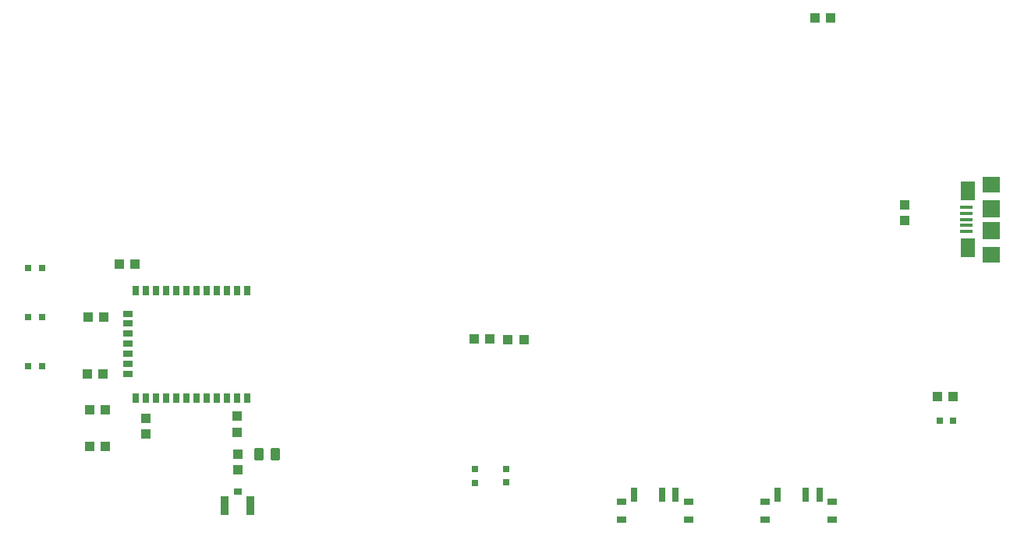
<source format=gbr>
G04 EAGLE Gerber RS-274X export*
G75*
%MOMM*%
%FSLAX34Y34*%
%LPD*%
%INSolderpaste Top*%
%IPPOS*%
%AMOC8*
5,1,8,0,0,1.08239X$1,22.5*%
G01*
%ADD10R,1.350000X0.400000*%
%ADD11R,1.600000X2.100000*%
%ADD12R,1.900000X1.800000*%
%ADD13R,1.900000X1.900000*%
%ADD14R,1.000000X1.100000*%
%ADD15R,0.800000X0.800000*%
%ADD16R,0.700000X1.500000*%
%ADD17R,1.000000X0.800000*%
%ADD18R,0.700000X1.000000*%
%ADD19R,1.000000X0.700000*%
%ADD20C,0.254000*%
%ADD21R,1.100000X1.000000*%
%ADD22R,0.965200X0.762000*%
%ADD23R,0.812800X2.133600*%


D10*
X1059100Y323500D03*
X1059100Y330000D03*
X1059100Y336500D03*
X1059100Y343000D03*
X1059100Y349500D03*
D11*
X1060350Y305500D03*
X1060350Y367500D03*
D12*
X1085850Y298500D03*
D13*
X1085850Y324500D03*
X1085850Y348500D03*
D12*
X1085850Y374500D03*
D14*
X991800Y352500D03*
X991800Y335500D03*
D15*
X559100Y65500D03*
X559100Y50500D03*
D14*
X561600Y206000D03*
X578600Y206000D03*
X911800Y555400D03*
X894800Y555400D03*
D15*
X1029900Y117900D03*
X1044900Y117900D03*
D14*
X1044600Y144300D03*
X1027600Y144300D03*
D15*
X525442Y65442D03*
X525442Y50442D03*
D14*
X524873Y206613D03*
X541873Y206613D03*
D16*
X854500Y37500D03*
X884500Y37500D03*
X899500Y37500D03*
D17*
X840500Y29650D03*
X840500Y10350D03*
X913500Y10350D03*
X913500Y29650D03*
D16*
X698500Y37500D03*
X728500Y37500D03*
X743500Y37500D03*
D17*
X684500Y29650D03*
X684500Y10350D03*
X757500Y10350D03*
X757500Y29650D03*
D18*
X278500Y259500D03*
X267500Y259500D03*
X256500Y259500D03*
X245500Y259500D03*
X234500Y259500D03*
X223500Y259500D03*
X212500Y259500D03*
X201500Y259500D03*
X190500Y259500D03*
X179500Y259500D03*
X168500Y259500D03*
X157500Y259500D03*
D19*
X148600Y234200D03*
X148600Y223200D03*
X148600Y212200D03*
X148600Y201200D03*
X148600Y190200D03*
X148600Y179200D03*
X148600Y168200D03*
D18*
X157500Y142000D03*
X168500Y142000D03*
X179500Y142000D03*
X190500Y142000D03*
X201500Y142000D03*
X212500Y142000D03*
X223500Y142000D03*
X234500Y142000D03*
X245500Y142000D03*
X256500Y142000D03*
X267500Y142000D03*
X278500Y142000D03*
D14*
X267000Y122500D03*
X267000Y105500D03*
D20*
X287300Y76285D02*
X294920Y76285D01*
X287300Y76285D02*
X287300Y87715D01*
X294920Y87715D01*
X294920Y76285D01*
X294920Y78698D02*
X287300Y78698D01*
X287300Y81111D02*
X294920Y81111D01*
X294920Y83524D02*
X287300Y83524D01*
X287300Y85937D02*
X294920Y85937D01*
X305080Y76285D02*
X312700Y76285D01*
X305080Y76285D02*
X305080Y87715D01*
X312700Y87715D01*
X312700Y76285D01*
X312700Y78698D02*
X305080Y78698D01*
X305080Y81111D02*
X312700Y81111D01*
X312700Y83524D02*
X305080Y83524D01*
X305080Y85937D02*
X312700Y85937D01*
D21*
X268000Y64500D03*
X268000Y81500D03*
D22*
X268000Y40814D03*
D23*
X254046Y25574D03*
X281954Y25574D03*
D14*
X168000Y120500D03*
X168000Y103500D03*
X107500Y90000D03*
X124500Y90000D03*
D21*
X124500Y130000D03*
X107500Y130000D03*
D14*
X121500Y169000D03*
X104500Y169000D03*
X122500Y230000D03*
X105500Y230000D03*
X156500Y288000D03*
X139500Y288000D03*
D15*
X40500Y177000D03*
X55500Y177000D03*
X40500Y230000D03*
X55500Y230000D03*
X40500Y284000D03*
X55500Y284000D03*
M02*

</source>
